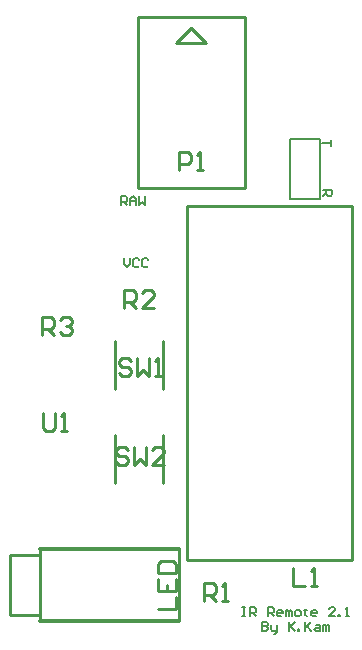
<source format=gto>
G04 Layer_Color=65535*
%FSLAX24Y24*%
%MOIN*%
G70*
G01*
G75*
%ADD15C,0.0100*%
%ADD25C,0.0079*%
%ADD26C,0.0122*%
%ADD27C,0.0050*%
D15*
X48511Y16424D02*
Y18024D01*
X50111Y16424D02*
Y18024D01*
X48511Y19574D02*
Y21174D01*
X50111Y19574D02*
Y21174D01*
X50894Y19750D02*
Y25656D01*
X56406D01*
Y13844D02*
Y25656D01*
X50894Y13844D02*
X56406D01*
X50894D02*
Y19750D01*
X46008Y11821D02*
Y14222D01*
X50646Y11821D02*
Y14222D01*
X45008Y12022D02*
Y14022D01*
Y12022D02*
X45953D01*
X45008Y14022D02*
X45992D01*
X50550Y31100D02*
X51050Y31600D01*
X50550Y31100D02*
X51550D01*
X51050Y31600D02*
X51550Y31100D01*
X49278Y31954D02*
X51050D01*
X49278Y26246D02*
Y31954D01*
Y26246D02*
X52822D01*
Y31954D01*
X51050D02*
X52822D01*
X46118Y18745D02*
Y18246D01*
X46217Y18146D01*
X46417D01*
X46517Y18246D01*
Y18745D01*
X46717Y18146D02*
X46917D01*
X46817D01*
Y18745D01*
X46717Y18645D01*
X48923Y17527D02*
X48824Y17627D01*
X48624D01*
X48524Y17527D01*
Y17427D01*
X48624Y17327D01*
X48824D01*
X48923Y17227D01*
Y17128D01*
X48824Y17028D01*
X48624D01*
X48524Y17128D01*
X49123Y17627D02*
Y17028D01*
X49323Y17227D01*
X49523Y17028D01*
Y17627D01*
X50123Y17028D02*
X49723D01*
X50123Y17427D01*
Y17527D01*
X50023Y17627D01*
X49823D01*
X49723Y17527D01*
X54429Y13592D02*
Y12992D01*
X54829D01*
X55029D02*
X55229D01*
X55129D01*
Y13592D01*
X55029Y13492D01*
X50650Y26850D02*
Y27450D01*
X50950D01*
X51050Y27350D01*
Y27150D01*
X50950Y27050D01*
X50650D01*
X51250Y26850D02*
X51450D01*
X51350D01*
Y27450D01*
X51250Y27350D01*
X49927Y12222D02*
X50527D01*
Y12622D01*
X49927Y13221D02*
Y12821D01*
X50527D01*
Y13221D01*
X50227Y12821D02*
Y13021D01*
X49927Y13421D02*
X50527D01*
Y13721D01*
X50427Y13821D01*
X50027D01*
X49927Y13721D01*
Y13421D01*
X51476Y12500D02*
Y13100D01*
X51776D01*
X51876Y13000D01*
Y12800D01*
X51776Y12700D01*
X51476D01*
X51676D02*
X51876Y12500D01*
X52076D02*
X52276D01*
X52176D01*
Y13100D01*
X52076Y13000D01*
X48819Y22244D02*
Y22844D01*
X49119D01*
X49219Y22744D01*
Y22544D01*
X49119Y22444D01*
X48819D01*
X49019D02*
X49219Y22244D01*
X49819D02*
X49419D01*
X49819Y22644D01*
Y22744D01*
X49719Y22844D01*
X49519D01*
X49419Y22744D01*
X46060Y21363D02*
Y21963D01*
X46360D01*
X46460Y21863D01*
Y21663D01*
X46360Y21563D01*
X46060D01*
X46260D02*
X46460Y21363D01*
X46660Y21863D02*
X46760Y21963D01*
X46960D01*
X47060Y21863D01*
Y21763D01*
X46960Y21663D01*
X46860D01*
X46960D01*
X47060Y21563D01*
Y21463D01*
X46960Y21363D01*
X46760D01*
X46660Y21463D01*
X49022Y20480D02*
X48922Y20580D01*
X48722D01*
X48622Y20480D01*
Y20380D01*
X48722Y20280D01*
X48922D01*
X49022Y20180D01*
Y20080D01*
X48922Y19980D01*
X48722D01*
X48622Y20080D01*
X49222Y20580D02*
Y19980D01*
X49422Y20180D01*
X49622Y19980D01*
Y20580D01*
X49822Y19980D02*
X50022D01*
X49922D01*
Y20580D01*
X49822Y20480D01*
D25*
X55350Y25900D02*
Y27900D01*
X54350D02*
X55350D01*
X54350Y25900D02*
Y27900D01*
Y25900D02*
X55350D01*
D26*
X46008Y14222D02*
X50646D01*
X46008Y11821D02*
X50646D01*
D27*
X52751Y12280D02*
X52851D01*
X52801D01*
Y11980D01*
X52751D01*
X52851D01*
X53000D02*
Y12280D01*
X53150D01*
X53200Y12230D01*
Y12130D01*
X53150Y12080D01*
X53000D01*
X53100D02*
X53200Y11980D01*
X53600D02*
Y12280D01*
X53750D01*
X53800Y12230D01*
Y12130D01*
X53750Y12080D01*
X53600D01*
X53700D02*
X53800Y11980D01*
X54050D02*
X53950D01*
X53900Y12030D01*
Y12130D01*
X53950Y12180D01*
X54050D01*
X54100Y12130D01*
Y12080D01*
X53900D01*
X54200Y11980D02*
Y12180D01*
X54250D01*
X54300Y12130D01*
Y11980D01*
Y12130D01*
X54350Y12180D01*
X54400Y12130D01*
Y11980D01*
X54550D02*
X54650D01*
X54700Y12030D01*
Y12130D01*
X54650Y12180D01*
X54550D01*
X54500Y12130D01*
Y12030D01*
X54550Y11980D01*
X54850Y12230D02*
Y12180D01*
X54800D01*
X54900D01*
X54850D01*
Y12030D01*
X54900Y11980D01*
X55200D02*
X55100D01*
X55050Y12030D01*
Y12130D01*
X55100Y12180D01*
X55200D01*
X55250Y12130D01*
Y12080D01*
X55050D01*
X55850Y11980D02*
X55650D01*
X55850Y12180D01*
Y12230D01*
X55800Y12280D01*
X55700D01*
X55650Y12230D01*
X55950Y11980D02*
Y12030D01*
X56000D01*
Y11980D01*
X55950D01*
X56199D02*
X56299D01*
X56249D01*
Y12280D01*
X56199Y12230D01*
X53400Y11800D02*
Y11500D01*
X53550D01*
X53600Y11550D01*
Y11600D01*
X53550Y11650D01*
X53400D01*
X53550D01*
X53600Y11700D01*
Y11750D01*
X53550Y11800D01*
X53400D01*
X53700Y11700D02*
Y11550D01*
X53750Y11500D01*
X53900D01*
Y11450D01*
X53850Y11400D01*
X53800D01*
X53900Y11500D02*
Y11700D01*
X54300Y11800D02*
Y11500D01*
Y11600D01*
X54500Y11800D01*
X54350Y11650D01*
X54500Y11500D01*
X54600D02*
Y11550D01*
X54650D01*
Y11500D01*
X54600D01*
X54850Y11800D02*
Y11500D01*
Y11600D01*
X55050Y11800D01*
X54900Y11650D01*
X55050Y11500D01*
X55200Y11700D02*
X55300D01*
X55350Y11650D01*
Y11500D01*
X55200D01*
X55150Y11550D01*
X55200Y11600D01*
X55350D01*
X55450Y11500D02*
Y11700D01*
X55500D01*
X55550Y11650D01*
Y11500D01*
Y11650D01*
X55600Y11700D01*
X55650Y11650D01*
Y11500D01*
X48720Y25689D02*
Y25989D01*
X48870D01*
X48920Y25939D01*
Y25839D01*
X48870Y25789D01*
X48720D01*
X48820D02*
X48920Y25689D01*
X49020D02*
Y25889D01*
X49120Y25989D01*
X49220Y25889D01*
Y25689D01*
Y25839D01*
X49020D01*
X49320Y25989D02*
Y25689D01*
X49420Y25789D01*
X49520Y25689D01*
Y25989D01*
X48819Y23922D02*
Y23722D01*
X48919Y23622D01*
X49019Y23722D01*
Y23922D01*
X49319Y23872D02*
X49269Y23922D01*
X49169D01*
X49119Y23872D01*
Y23672D01*
X49169Y23622D01*
X49269D01*
X49319Y23672D01*
X49619Y23872D02*
X49569Y23922D01*
X49469D01*
X49419Y23872D01*
Y23672D01*
X49469Y23622D01*
X49569D01*
X49619Y23672D01*
X55700Y27850D02*
Y27650D01*
Y27750D01*
X55400D01*
X55450Y26200D02*
X55750D01*
Y26050D01*
X55700Y26000D01*
X55600D01*
X55550Y26050D01*
Y26200D01*
Y26100D02*
X55450Y26000D01*
M02*

</source>
